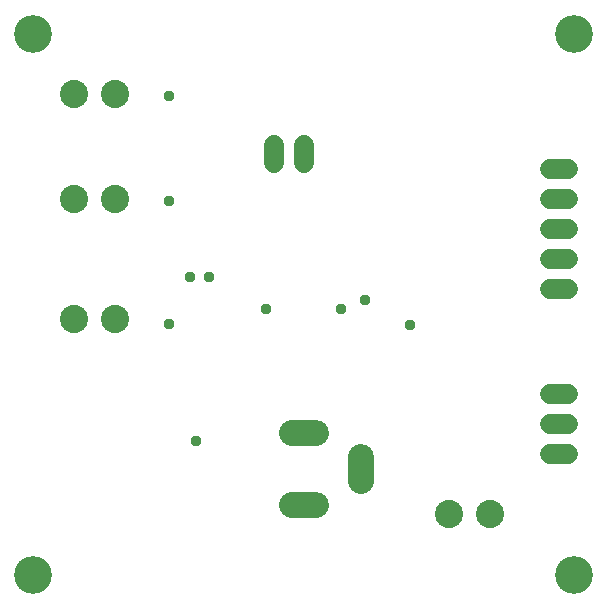
<source format=gbr>
G04 EAGLE Gerber RS-274X export*
G75*
%MOMM*%
%FSLAX34Y34*%
%LPD*%
%INSoldermask Bottom*%
%IPPOS*%
%AMOC8*
5,1,8,0,0,1.08239X$1,22.5*%
G01*
%ADD10C,3.203200*%
%ADD11C,2.203200*%
%ADD12C,1.727200*%
%ADD13C,2.387600*%
%ADD14C,0.959600*%


D10*
X25000Y25000D03*
X25000Y483000D03*
X483000Y483000D03*
X483000Y25000D03*
D11*
X264000Y145300D02*
X244000Y145300D01*
X244000Y84300D02*
X264000Y84300D01*
X302000Y104300D02*
X302000Y124300D01*
D12*
X228600Y373380D02*
X228600Y388620D01*
X254000Y388620D02*
X254000Y373380D01*
X462280Y127000D02*
X477520Y127000D01*
X477520Y152400D02*
X462280Y152400D01*
X462280Y177800D02*
X477520Y177800D01*
D13*
X411700Y76200D03*
X376700Y76200D03*
X94200Y431800D03*
X59200Y431800D03*
X94200Y342900D03*
X59200Y342900D03*
X94200Y241300D03*
X59200Y241300D03*
D12*
X462280Y368300D02*
X477520Y368300D01*
X477520Y342900D02*
X462280Y342900D01*
X462280Y317500D02*
X477520Y317500D01*
X477520Y292100D02*
X462280Y292100D01*
X462280Y266700D02*
X477520Y266700D01*
D14*
X157480Y276860D03*
X285750Y250190D03*
X306070Y257810D03*
X344170Y236220D03*
X173990Y276860D03*
X139700Y237490D03*
X162560Y138430D03*
X139700Y430530D03*
X139700Y341630D03*
X222250Y250190D03*
M02*

</source>
